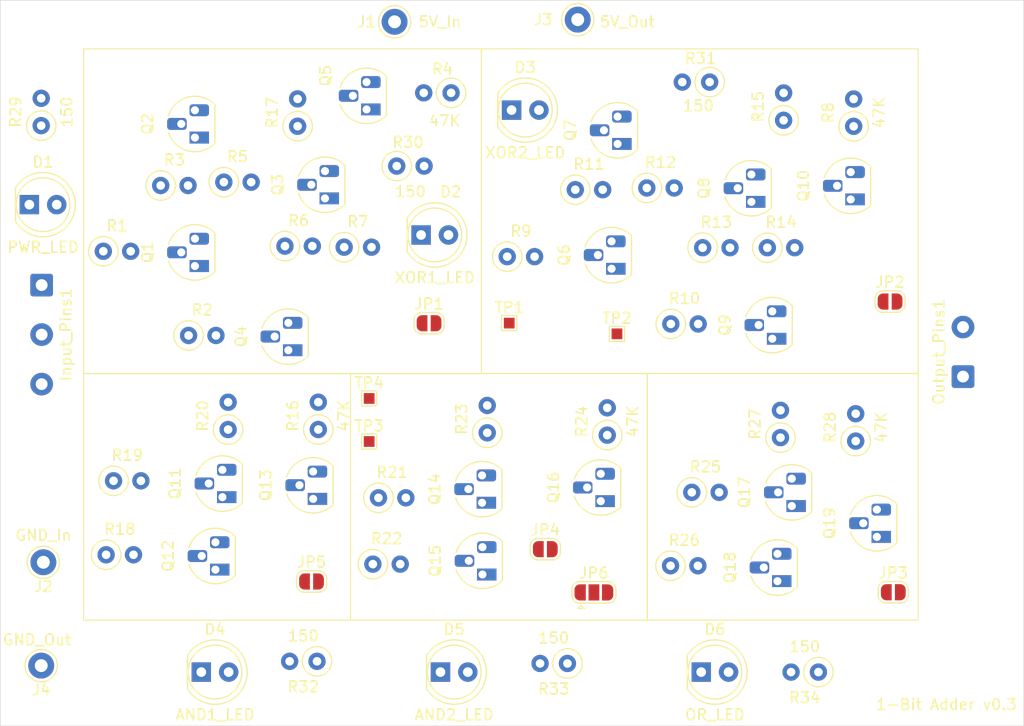
<source format=kicad_pcb>
(kicad_pcb (version 20240108) (generator "pcbnew") (generator_version "8.0")
  (layers (0 "F.Cu" signal) (31 "B.Cu" signal) (34 "B.Paste" user) (35 "F.Paste" user) (36 "B.SilkS" user "B.Silkscreen") (37 "F.SilkS" user "F.Silkscreen") (38 "B.Mask" user) (39 "F.Mask" user) (44 "Edge.Cuts" user))
  (net 0 "")
  (net 1 "Net-(Input_Pins1-Pin_3)")
  (net 2 "Net-(Input_Pins1-Pin_2)")
  (net 3 "Net-(Input_Pins1-Pin_1)")
  (net 4 "Net-(JP1-B)")
  (net 5 "Net-(JP1-A)")
  (net 6 "Net-(J1-Pin_1)")
  (net 7 "Net-(Q1-C)")
  (net 8 "Net-(Q1-B)")
  (net 9 "Net-(Q2-B)")
  (net 10 "Net-(Q2-C)")
  (net 11 "Net-(Q3-E)")
  (net 12 "Net-(Q3-B)")
  (net 13 "Net-(Q4-B)")
  (net 14 "Net-(JP2-B)")
  (net 15 "Net-(Q6-B)")
  (net 16 "Net-(Q6-C)")
  (net 17 "Net-(Q7-B)")
  (net 18 "Net-(Q10-B)")
  (net 19 "Net-(Q8-E)")
  (net 20 "Net-(Q8-B)")
  (net 21 "Net-(Q9-B)")
  (net 22 "Net-(Q11-B)")
  (net 23 "Net-(Q11-C)")
  (net 24 "Net-(Q11-E)")
  (net 25 "Net-(Q12-B)")
  (net 26 "Net-(JP2-A)")
  (net 27 "Net-(Q14-E)")
  (net 28 "Net-(Q14-C)")
  (net 29 "Net-(Q14-B)")
  (net 30 "Net-(Q15-B)")
  (net 31 "Net-(JP3-A)")
  (net 32 "Net-(Q17-C)")
  (net 33 "Net-(JP3-B)")
  (net 34 "Net-(Q17-B)")
  (net 35 "Net-(Q18-B)")
  (net 36 "Net-(D1-K)")
  (net 37 "Net-(JP4-A)")
  (net 38 "Net-(JP4-B)")
  (net 39 "Net-(JP5-B)")
  (net 40 "Net-(JP5-A)")
  (net 41 "Net-(D1-A)")
  (net 42 "Net-(D2-A)")
  (net 43 "Net-(D3-A)")
  (net 44 "Net-(D4-A)")
  (net 45 "Net-(D5-A)")
  (net 46 "Net-(D6-A)")
  (footprint "Jumper:SolderJumper-3_P1.3mm_Open_RoundedPad1.0x1.5mm" (layer "F.Cu") (at 68.3 70)
    (property "Reference" "JP6" (at 0 -1.8 0) (layer "F.SilkS"))
    (property "Value" "~")
    (pad "1" smd custom (at -1.3 0) (size 1 0.5) (layers "F.Cu" "F.Mask") (net 37 "Net-(JP4-A)") (options (clearance outline) (anchor rect)) (primitives (gr_circle (center 0 0.25) (end 0.5 0.25) (width 0) (fill yes)) (gr_circle (center 0 -0.25) (end 0.5 -0.25) (width 0) (fill yes)) (gr_poly (pts (xy 0.55 0.75) (xy 0 0.75) (xy 0 -0.75) (xy 0.55 -0.75)) (width 0) (fill yes))))
    (pad "2" smd rect (at 0 0) (size 1 1.5) (layers "F.Cu" "F.Mask") (net 33 "Net-(JP3-B)"))
    (pad "3" smd custom (at 1.3 0) (size 1 0.5) (layers "F.Cu" "F.Mask") (net 40 "Net-(JP5-A)") (options (clearance outline) (anchor rect)) (primitives (gr_circle (center 0 0.25) (end 0.5 0.25) (width 0) (fill yes)) (gr_circle (center 0 -0.25) (end 0.5 -0.25) (width 0) (fill yes)) (gr_poly (pts (xy 0 0.75) (xy -0.55 0.75) (xy -0.55 -0.75) (xy 0 -0.75)) (width 0) (fill yes))))
  )
  (footprint "Package_TO_SOT_THT:TO-92_HandSolder" (layer "F.Cu") (at 57.96 68.3343 90)
    (property "Reference" "Q15" (at 1.27 -4.4 -90) (layer "F.SilkS"))
    (property "Value" "2N3904")
    (pad "1" thru_hole rect (at 0 0 90) (size 1.1 1.8) (drill 0.75 (offset 0 0.4)) (layers "*.Cu" "*.Mask") (net 36 "Net-(D1-K)"))
    (pad "2" thru_hole roundrect (at 1.27 -1.27 90) (size 1.1 1.8) (drill 0.75 (offset 0 -0.4)) (layers "*.Cu" "*.Mask") (net 30 "Net-(Q15-B)"))
    (pad "3" thru_hole roundrect (at 2.54 0 90) (size 1.1 1.8) (drill 0.75 (offset 0 0.4)) (layers "*.Cu" "*.Mask") (net 27 "Net-(Q14-E)"))
  )
  (footprint "Resistor_THT:R_Axial_DIN0207_L6.3mm_D2.5mm_P2.54mm_Vertical" (layer "F.Cu") (at 28.09 32.2043)
    (property "Reference" "R3" (at 1.27 -2.37 0) (layer "F.SilkS"))
    (property "Value" "220K")
    (pad "1" thru_hole circle (at 0 0) (size 1.6 1.6) (drill 0.8) (layers "*.Cu" "*.Mask") (net 12 "Net-(Q3-B)"))
    (pad "2" thru_hole oval (at 2.54 0) (size 1.6 1.6) (drill 0.8) (layers "*.Cu" "*.Mask") (net 7 "Net-(Q1-C)"))
  )
  (footprint "Jumper:SolderJumper-2_P1.3mm_Open_RoundedPad1.0x1.5mm" (layer "F.Cu") (at 53 45)
    (property "Reference" "JP1" (at 0 -1.8 0) (layer "F.SilkS"))
    (property "Value" "~")
    (pad "1" smd custom (at -0.65 0) (size 1 0.5) (layers "F.Cu" "F.Mask") (net 5 "Net-(JP1-A)") (options (clearance outline) (anchor rect)) (primitives (gr_circle (center 0 0.25) (end 0.5 0.25) (width 0) (fill yes)) (gr_circle (center 0 -0.25) (end 0.5 -0.25) (width 0) (fill yes)) (gr_poly (pts (xy 0.5 0.75) (xy 0 0.75) (xy 0 -0.75) (xy 0.5 -0.75)) (width 0) (fill yes))))
    (pad "2" smd custom (at 0.65 0) (size 1 0.5) (layers "F.Cu" "F.Mask") (net 4 "Net-(JP1-B)") (options (clearance outline) (anchor rect)) (primitives (gr_circle (center 0 0.25) (end 0.5 0.25) (width 0) (fill yes)) (gr_circle (center 0 -0.25) (end 0.5 -0.25) (width 0) (fill yes)) (gr_poly (pts (xy 0 0.75) (xy -0.5 0.75) (xy -0.5 -0.75) (xy 0 -0.75)) (width 0) (fill yes))))
  )
  (footprint "Resistor_THT:R_Axial_DIN0207_L6.3mm_D2.5mm_P2.54mm_Vertical" (layer "F.Cu") (at 33.95 31.8943)
    (property "Reference" "R5" (at 1.27 -2.37 0) (layer "F.SilkS"))
    (property "Value" "220K")
    (pad "1" thru_hole circle (at 0 0) (size 1.6 1.6) (drill 0.8) (layers "*.Cu" "*.Mask") (net 7 "Net-(Q1-C)"))
    (pad "2" thru_hole oval (at 2.54 0) (size 1.6 1.6) (drill 0.8) (layers "*.Cu" "*.Mask") (net 6 "Net-(J1-Pin_1)"))
  )
  (footprint "Package_TO_SOT_THT:TO-92_HandSolder" (layer "F.Cu") (at 43.34 33.4043 90)
    (property "Reference" "Q3" (at 1.27 -4.4 -90) (layer "F.SilkS"))
    (property "Value" "2N3904")
    (pad "1" thru_hole rect (at 0 0 90) (size 1.1 1.8) (drill 0.75 (offset 0 0.4)) (layers "*.Cu" "*.Mask") (net 11 "Net-(Q3-E)"))
    (pad "2" thru_hole roundrect (at 1.27 -1.27 90) (size 1.1 1.8) (drill 0.75 (offset 0 -0.4)) (layers "*.Cu" "*.Mask") (net 12 "Net-(Q3-B)"))
    (pad "3" thru_hole roundrect (at 2.54 0 90) (size 1.1 1.8) (drill 0.75 (offset 0 0.4)) (layers "*.Cu" "*.Mask") (net 10 "Net-(Q2-C)"))
  )
  (footprint "Resistor_THT:R_Axial_DIN0207_L6.3mm_D2.5mm_P2.54mm_Vertical" (layer "F.Cu") (at 45.12 37.9343)
    (property "Reference" "R7" (at 1.27 -2.37 0) (layer "F.SilkS"))
    (property "Value" "220K")
    (pad "1" thru_hole circle (at 0 0) (size 1.6 1.6) (drill 0.8) (layers "*.Cu" "*.Mask") (net 11 "Net-(Q3-E)"))
    (pad "2" thru_hole oval (at 2.54 0) (size 1.6 1.6) (drill 0.8) (layers "*.Cu" "*.Mask") (net 6 "Net-(J1-Pin_1)"))
  )
  (footprint "Jumper:SolderJumper-2_P1.3mm_Open_RoundedPad1.0x1.5mm" (layer "F.Cu") (at 95.79 42.9843)
    (property "Reference" "JP2" (at 0 -1.8 0) (layer "F.SilkS"))
    (property "Value" "~")
    (pad "1" smd custom (at -0.65 0) (size 1 0.5) (layers "F.Cu" "F.Mask") (net 26 "Net-(JP2-A)") (options (clearance outline) (anchor rect)) (primitives (gr_circle (center 0 0.25) (end 0.5 0.25) (width 0) (fill yes)) (gr_circle (center 0 -0.25) (end 0.5 -0.25) (width 0) (fill yes)) (gr_poly (pts (xy 0.5 0.75) (xy 0 0.75) (xy 0 -0.75) (xy 0.5 -0.75)) (width 0) (fill yes))))
    (pad "2" smd custom (at 0.65 0) (size 1 0.5) (layers "F.Cu" "F.Mask") (net 14 "Net-(JP2-B)") (options (clearance outline) (anchor rect)) (primitives (gr_circle (center 0 0.25) (end 0.5 0.25) (width 0) (fill yes)) (gr_circle (center 0 -0.25) (end 0.5 -0.25) (width 0) (fill yes)) (gr_poly (pts (xy 0 0.75) (xy -0.5 0.75) (xy -0.5 -0.75) (xy 0 -0.75)) (width 0) (fill yes))))
  )
  (footprint "Package_TO_SOT_THT:TO-92_HandSolder" (layer "F.Cu") (at 70.5 28.3443 90)
    (property "Reference" "Q7" (at 1.27 -4.4 -90) (layer "F.SilkS"))
    (property "Value" "2N3904")
    (pad "1" thru_hole rect (at 0 0 90) (size 1.1 1.8) (drill 0.75 (offset 0 0.4)) (layers "*.Cu" "*.Mask") (net 16 "Net-(Q6-C)"))
    (pad "2" thru_hole roundrect (at 1.27 -1.27 90) (size 1.1 1.8) (drill 0.75 (offset 0 -0.4)) (layers "*.Cu" "*.Mask") (net 17 "Net-(Q7-B)"))
    (pad "3" thru_hole roundrect (at 2.54 0 90) (size 1.1 1.8) (drill 0.75 (offset 0 0.4)) (layers "*.Cu" "*.Mask") (net 18 "Net-(Q10-B)"))
  )
  (footprint "Jumper:SolderJumper-2_P1.3mm_Open_RoundedPad1.0x1.5mm" (layer "F.Cu") (at 42.09 68.9843)
    (property "Reference" "JP5" (at 0 -1.8 0) (layer "F.SilkS"))
    (property "Value" "~")
    (pad "1" smd custom (at -0.65 0) (size 1 0.5) (layers "F.Cu" "F.Mask") (net 40 "Net-(JP5-A)") (options (clearance outline) (anchor rect)) (primitives (gr_circle (center 0 0.25) (end 0.5 0.25) (width 0) (fill yes)) (gr_circle (center 0 -0.25) (end 0.5 -0.25) (width 0) (fill yes)) (gr_poly (pts (xy 0.5 0.75) (xy 0 0.75) (xy 0 -0.75) (xy 0.5 -0.75)) (width 0) (fill yes))))
    (pad "2" smd custom (at 0.65 0) (size 1 0.5) (layers "F.Cu" "F.Mask") (net 39 "Net-(JP5-B)") (options (clearance outline) (anchor rect)) (primitives (gr_circle (center 0 0.25) (end 0.5 0.25) (width 0) (fill yes)) (gr_circle (center 0 -0.25) (end 0.5 -0.25) (width 0) (fill yes)) (gr_poly (pts (xy 0 0.75) (xy -0.5 0.75) (xy -0.5 -0.75) (xy 0 -0.75)) (width 0) (fill yes))))
  )
  (footprint "LED_THT:LED_D5.0mm" (layer "F.Cu") (at 15.9 33.9843)
    (property "Reference" "D1" (at 1.27 -3.96 0) (layer "F.SilkS"))
    (property "Value" "PWR_LED" (at 1.27 3.96 0) (layer "F.SilkS"))
    (pad "1" thru_hole rect (at 0 0) (size 1.8 1.8) (drill 0.9) (layers "*.Cu" "*.Mask") (net 36 "Net-(D1-K)"))
    (pad "2" thru_hole circle (at 2.54 0) (size 1.8 1.8) (drill 0.9) (layers "*.Cu" "*.Mask") (net 41 "Net-(D1-A)"))
  )
  (footprint "Resistor_THT:R_Axial_DIN0207_L6.3mm_D2.5mm_P2.54mm_Vertical" (layer "F.Cu") (at 69.54 55.3943 90)
    (property "Reference" "R24" (at 1.27 -2.37 -90) (layer "F.SilkS"))
    (property "Value" "47K" (at 1.27 2.37 -90) (layer "F.SilkS"))
    (pad "1" thru_hole circle (at 0 0 90) (size 1.6 1.6) (drill 0.8) (layers "*.Cu" "*.Mask") (net 37 "Net-(JP4-A)"))
    (pad "2" thru_hole oval (at 2.54 0 90) (size 1.6 1.6) (drill 0.8) (layers "*.Cu" "*.Mask") (net 6 "Net-(J1-Pin_1)"))
  )
  (footprint "Connector_Pin:Pin_D1.0mm_L10.0mm_LooseFit" (layer "F.Cu") (at 17 76.8)
    (property "Reference" "J4" (at 0 2.25 0) (layer "F.SilkS"))
    (property "Value" "GND_Out" (at -0.4 -2.4 0) (layer "F.SilkS"))
    (pad "1" thru_hole circle (at 0 0) (size 2.4 2.4) (drill 1.2) (layers "*.Cu" "*.Mask") (net 36 "Net-(D1-K)"))
  )
  (footprint "Resistor_THT:R_Axial_DIN0207_L6.3mm_D2.5mm_P2.54mm_Vertical" (layer "F.Cu") (at 39.625 37.8343)
    (property "Reference" "R6" (at 1.27 -2.37 0) (layer "F.SilkS"))
    (property "Value" "220K")
    (pad "1" thru_hole circle (at 0 0) (size 1.6 1.6) (drill 0.8) (layers "*.Cu" "*.Mask") (net 9 "Net-(Q2-B)"))
    (pad "2" thru_hole oval (at 2.54 0) (size 1.6 1.6) (drill 0.8) (layers "*.Cu" "*.Mask") (net 11 "Net-(Q3-E)"))
  )
  (footprint "Resistor_THT:R_Axial_DIN0207_L6.3mm_D2.5mm_P2.54mm_Vertical" (layer "F.Cu") (at 23.715 59.6343)
    (property "Reference" "R19" (at 1.27 -2.37 0) (layer "F.SilkS"))
    (property "Value" "220K")
    (pad "1" thru_hole circle (at 0 0) (size 1.6 1.6) (drill 0.8) (layers "*.Cu" "*.Mask") (net 2 "Net-(Input_Pins1-Pin_2)"))
    (pad "2" thru_hole oval (at 2.54 0) (size 1.6 1.6) (drill 0.8) (layers "*.Cu" "*.Mask") (net 22 "Net-(Q11-B)"))
  )
  (footprint "Resistor_THT:R_Axial_DIN0207_L6.3mm_D2.5mm_P2.54mm_Vertical" (layer "F.Cu") (at 89.14 77.4 180)
    (property "Reference" "R34" (at 1.27 -2.37 180) (layer "F.SilkS"))
    (property "Value" "150" (at 1.27 2.37 180) (layer "F.SilkS"))
    (pad "1" thru_hole circle (at 0 0 180) (size 1.6 1.6) (drill 0.8) (layers "*.Cu" "*.Mask") (net 31 "Net-(JP3-A)"))
    (pad "2" thru_hole oval (at 2.54 0 180) (size 1.6 1.6) (drill 0.8) (layers "*.Cu" "*.Mask") (net 46 "Net-(D6-A)"))
  )
  (footprint "Resistor_THT:R_Axial_DIN0207_L6.3mm_D2.5mm_P2.54mm_Vertical" (layer "F.Cu") (at 50 30.4)
    (property "Reference" "R30" (at 1.045 -2.2 0) (layer "F.SilkS"))
    (property "Value" "150" (at 1.27 2.37 0) (layer "F.SilkS"))
    (pad "1" thru_hole circle (at 0 0) (size 1.6 1.6) (drill 0.8) (layers "*.Cu" "*.Mask") (net 5 "Net-(JP1-A)"))
    (pad "2" thru_hole oval (at 2.54 0) (size 1.6 1.6) (drill 0.8) (layers "*.Cu" "*.Mask") (net 42 "Net-(D2-A)"))
  )
  (footprint "Package_TO_SOT_THT:TO-92_HandSolder" (layer "F.Cu") (at 69.94 39.9343 90)
    (property "Reference" "Q6" (at 1.27 -4.4 -90) (layer "F.SilkS"))
    (property "Value" "2N3904")
    (pad "1" thru_hole rect (at 0 0 90) (size 1.1 1.8) (drill 0.75 (offset 0 0.4)) (layers "*.Cu" "*.Mask") (net 36 "Net-(D1-K)"))
    (pad "2" thru_hole roundrect (at 1.27 -1.27 90) (size 1.1 1.8) (drill 0.75 (offset 0 -0.4)) (layers "*.Cu" "*.Mask") (net 15 "Net-(Q6-B)"))
    (pad "3" thru_hole roundrect (at 2.54 0 90) (size 1.1 1.8) (drill 0.75 (offset 0 0.4)) (layers "*.Cu" "*.Mask") (net 16 "Net-(Q6-C)"))
  )
  (footprint "Resistor_THT:R_Axial_DIN0207_L6.3mm_D2.5mm_P2.54mm_Vertical" (layer "F.Cu") (at 85.91 26.1493 90)
    (property "Reference" "R15" (at 1.27 -2.37 -90) (layer "F.SilkS"))
    (property "Value" "220K")
    (pad "1" thru_hole circle (at 0 0 90) (size 1.6 1.6) (drill 0.8) (layers "*.Cu" "*.Mask") (net 6 "Net-(J1-Pin_1)"))
    (pad "2" thru_hole oval (at 2.54 0 90) (size 1.6 1.6) (drill 0.8) (layers "*.Cu" "*.Mask") (net 18 "Net-(Q10-B)"))
  )
  (footprint "Connector_Pin:Pin_D1.0mm_L10.0mm_LooseFit" (layer "F.Cu") (at 49.8 17)
    (property "Reference" "J1" (at -2.6 0 0) (layer "F.SilkS"))
    (property "Value" "5V_In" (at 4.2 0 0) (layer "F.SilkS"))
    (pad "1" thru_hole circle (at 0 0) (size 2.4 2.4) (drill 1.2) (layers "*.Cu" "*.Mask") (net 6 "Net-(J1-Pin_1)"))
  )
  (footprint "Package_TO_SOT_THT:TO-92_HandSolder" (layer "F.Cu") (at 82.92 33.7243 90)
    (property "Reference" "Q8" (at 1.27 -4.4 -90) (layer "F.SilkS"))
    (property "Value" "2N3904")
    (pad "1" thru_hole rect (at 0 0 90) (size 1.1 1.8) (drill 0.75 (offset 0 0.4)) (layers "*.Cu" "*.Mask") (net 19 "Net-(Q8-E)"))
    (pad "2" thru_hole roundrect (at 1.27 -1.27 90) (size 1.1 1.8) (drill 0.75 (offset 0 -0.4)) (layers "*.Cu" "*.Mask") (net 20 "Net-(Q8-B)"))
    (pad "3" thru_hole roundrect (at 2.54 0 90) (size 1.1 1.8) (drill 0.75 (offset 0 0.4)) (layers "*.Cu" "*.Mask") (net 18 "Net-(Q10-B)"))
  )
  (footprint "Resistor_THT:R_Axial_DIN0207_L6.3mm_D2.5mm_P2.54mm_Vertical" (layer "F.Cu") (at 23.025 66.5043)
    (property "Reference" "R18" (at 1.27 -2.37 0) (layer "F.SilkS"))
    (property "Value" "220K")
    (pad "1" thru_hole circle (at 0 0) (size 1.6 1.6) (drill 0.8) (layers "*.Cu" "*.Mask") (net 3 "Net-(Input_Pins1-Pin_1)"))
    (pad "2" thru_hole oval (at 2.54 0) (size 1.6 1.6) (drill 0.8) (layers "*.Cu" "*.Mask") (net 25 "Net-(Q12-B)"))
  )
  (footprint "Resistor_THT:R_Axial_DIN0207_L6.3mm_D2.5mm_P2.54mm_Vertical" (layer "F.Cu") (at 75.415 67.5243)
    (property "Reference" "R26" (at 1.27 -2.37 0) (layer "F.SilkS"))
    (property "Value" "220K")
    (pad "1" thru_hole circle (at 0 0) (size 1.6 1.6) (drill 0.8) (layers "*.Cu" "*.Mask") (net 39 "Net-(JP5-B)"))
    (pad "2" thru_hole oval (at 2.54 0) (size 1.6 1.6) (drill 0.8) (layers "*.Cu" "*.Mask") (net 35 "Net-(Q18-B)"))
  )
  (footprint "Resistor_THT:R_Axial_DIN0207_L6.3mm_D2.5mm_P2.54mm_Vertical" (layer "F.Cu") (at 75.44 45.0643)
    (property "Reference" "R10" (at 1.27 -2.37 0) (layer "F.SilkS"))
    (property "Value" "220K")
    (pad "1" thru_hole circle (at 0 0) (size 1.6 1.6) (drill 0.8) (layers "*.Cu" "*.Mask") (net 1 "Net-(Input_Pins1-Pin_3)"))
    (pad "2" thru_hole oval (at 2.54 0) (size 1.6 1.6) (drill 0.8) (layers "*.Cu" "*.Mask") (net 21 "Net-(Q9-B)"))
  )
  (footprint "Resistor_THT:R_Axial_DIN0207_L6.3mm_D2.5mm_P2.54mm_Vertical" (layer "F.Cu") (at 47.785 67.3743)
    (property "Reference" "R22" (at 1.27 -2.37 0) (layer "F.SilkS"))
    (property "Value" "220K")
    (pad "1" thru_hole circle (at 0 0) (size 1.6 1.6) (drill 0.8) (layers "*.Cu" "*.Mask") (net 4 "Net-(JP1-B)"))
    (pad "2" thru_hole oval (at 2.54 0) (size 1.6 1.6) (drill 0.8) (layers "*.Cu" "*.Mask") (net 30 "Net-(Q15-B)"))
  )
  (footprint "Jumper:SolderJumper-2_P1.3mm_Open_RoundedPad1.0x1.5mm" (layer "F.Cu") (at 63.79 65.9843)
    (property "Reference" "JP4" (at 0 -1.8 0) (layer "F.SilkS"))
    (property "Value" "~")
    (pad "1" smd custom (at -0.65 0) (size 1 0.5) (layers "F.Cu" "F.Mask") (net 37 "Net-(JP4-A)") (options (clearance outline) (anchor rect)) (primitives (gr_circle (center 0 0.25) (end 0.5 0.25) (width 0) (fill yes)) (gr_circle (center 0 -0.25) (end 0.5 -0.25) (width 0) (fill yes)) (gr_poly (pts (xy 0.5 0.75) (xy 0 0.75) (xy 0 -0.75) (xy 0.5 -0.75)) (width 0) (fill yes))))
    (pad "2" smd custom (at 0.65 0) (size 1 0.5) (layers "F.Cu" "F.Mask") (net 38 "Net-(JP4-B)") (options (clearance outline) (anchor rect)) (primitives (gr_circle (center 0 0.25) (end 0.5 0.25) (width 0) (fill yes)) (gr_circle (center 0 -0.25) (end 0.5 -0.25) (width 0) (fill yes)) (gr_poly (pts (xy 0 0.75) (xy -0.5 0.75) (xy -0.5 -0.75) (xy 0 -0.75)) (width 0) (fill yes))))
  )
  (footprint "Package_TO_SOT_THT:TO-92_HandSolder" (layer "F.Cu") (at 33.17 67.8843 90)
    (property "Reference" "Q12" (at 1.27 -4.4 -90) (layer "F.SilkS"))
    (property "Value" "2N3904")
    (pad "1" thru_hole rect (at 0 0 90) (size 1.1 1.8) (drill 0.75 (offset 0 0.4)) (layers "*.Cu" "*.Mask") (net 36 "Net-(D1-K)"))
    (pad "2" thru_hole roundrect (at 1.27 -1.27 90) (size 1.1 1.8) (drill 0.75 (offset 0 -0.4)) (layers "*.Cu" "*.Mask") (net 25 "Net-(Q12-B)"))
    (pad "3" thru_hole roundrect (at 2.54 0 90) (size 1.1 1.8) (drill 0.75 (offset 0 0.4)) (layers "*.Cu" "*.Mask") (net 24 "Net-(Q11-E)"))
  )
  (footprint "Resistor_THT:R_Axial_DIN0207_L6.3mm_D2.5mm_P2.54mm_Vertical" (layer "F.Cu") (at 58.4 55.1743 90)
    (property "Reference" "R23" (at 1.27 -2.37 -90) (layer "F.SilkS"))
    (property "Value" "220K")
    (pad "1" thru_hole circle (at 0 0 90) (size 1.6 1.6) (drill 0.8) (layers "*.Cu" "*.Mask") (net 28 "Net-(Q14-C)"))
    (pad "2" thru_hole oval (at 2.54 0 90) (size 1.6 1.6) (drill 0.8) (layers "*.Cu" "*.Mask") (net 6 "Net-(J1-Pin_1)"))
  )
  (footprint "LED_THT:LED_D5.0mm" (layer "F.Cu") (at 31.86 77.4)
    (property "Reference" "D4" (at 1.27 -3.96 0) (layer "F.SilkS"))
    (property "Value" "AND1_LED" (at 1.27 3.96 0) (layer "F.SilkS"))
    (pad "1" thru_hole rect (at 0 0) (size 1.8 1.8) (drill 0.9) (layers "*.Cu" "*.Mask") (net 36 "Net-(D1-K)"))
    (pad "2" thru_hole circle (at 2.54 0) (size 1.8 1.8) (drill 0.9) (layers "*.Cu" "*.Mask") (net 44 "Net-(D4-A)"))
  )
  (footprint "Resistor_THT:R_Axial_DIN0207_L6.3mm_D2.5mm_P2.54mm_Vertical" (layer "F.Cu") (at 17 26.645 90)
    (property "Reference" "R29" (at 1.27 -2.37 -90) (layer "F.SilkS"))
    (property "Value" "150" (at 1.27 2.37 -90) (layer "F.SilkS"))
    (pad "1" thru_hole circle (at 0 0 90) (size 1.6 1.6) (drill 0.8) (layers "*.Cu" "*.Mask") (net 41 "Net-(D1-A)"))
    (pad "2" thru_hole oval (at 2.54 0 90) (size 1.6 1.6) (drill 0.8) (layers "*.Cu" "*.Mask") (net 6 "Net-(J1-Pin_1)"))
  )
  (footprint "Connector_Wire:SolderWire-0.5sqmm_1x03_P4.6mm_D0.9mm_OD2.1mm" (layer "F.Cu") (at 17.04 41.4543 -90)
    (property "Reference" "Input_Pins1" (at 4.6 -2.25 90) (layer "F.SilkS"))
    (property "Value" "~")
    (pad "1" thru_hole roundrect (at 0 0 270) (size 2.1 2.1) (drill 1.1) (layers "*.Cu" "*.Mask") (roundrect_rratio 0.119048) (net 3 "Net-(Input_Pins1-Pin_1)"))
    (pad "2" thru_hole circle (at 4.6 0 270) (size 2.1 2.1) (drill 1.1) (layers "*.Cu" "*.Mask") (net 2 "Net-(Input_Pins1-Pin_2)"))
    (pad "3" thru_hole circle (at 9.2 0 270) (size 2.1 2.1) (drill 1.1) (layers "*.Cu" "*.Mask") (net 1 "Net-(Input_Pins1-Pin_3)"))
  )
  (footprint "Resistor_THT:R_Axial_DIN0207_L6.3mm_D2.5mm_P2.54mm_Vertical" (layer "F.Cu") (at 78.395 37.9843)
    (property "Reference" "R13" (at 1.27 -2.37 0) (layer "F.SilkS"))
    (property "Value" "220K")
    (pad "1" thru_hole circle (at 0 0) (size 1.6 1.6) (drill 0.8) (layers "*.Cu" "*.Mask") (net 17 "Net-(Q7-B)"))
    (pad "2" thru_hole oval (at 2.54 0) (size 1.6 1.6) (drill 0.8) (layers "*.Cu" "*.Mask") (net 19 "Net-(Q8-E)"))
  )
  (footprint "Connector_Pin:Pin_D1.0mm_L10.0mm_LooseFit" (layer "F.Cu") (at 17.2 67.2)
    (property "Reference" "J2" (at 0 2.25 0) (layer "F.SilkS"))
    (property "Value" "GND_In" (at 0 -2.5 0) (layer "F.SilkS"))
    (pad "1" thru_hole circle (at 0 0) (size 2.4 2.4) (drill 1.2) (layers "*.Cu" "*.Mask") (net 36 "Net-(D1-K)"))
  )
  (footprint "Package_TO_SOT_THT:TO-92_HandSolder" (layer "F.Cu") (at 68.94 61.5243 90)
    (property "Reference" "Q16" (at 1.27 -4.4 -90) (layer "F.SilkS"))
    (property "Value" "2N3904")
    (pad "1" thru_hole rect (at 0 0 90) (size 1.1 1.8) (drill 0.75 (offset 0 0.4)) (layers "*.Cu" "*.Mask") (net 36 "Net-(D1-K)"))
    (pad "2" thru_hole roundrect (at 1.27 -1.27 90) (size 1.1 1.8) (drill 0.75 (offset 0 -0.4)) (layers "*.Cu" "*.Mask") (net 28 "Net-(Q14-C)"))
    (pad "3" thru_hole roundrect (at 2.54 0 90) (size 1.1 1.8) (drill 0.75 (offset 0 0.4)) (layers "*.Cu" "*.Mask") (net 37 "Net-(JP4-A)"))
  )
  (footprint "Package_TO_SOT_THT:TO-92_HandSolder" (layer "F.Cu") (at 84.86 46.4343 90)
    (property "Reference" "Q9" (at 1.27 -4.4 -90) (layer "F.SilkS"))
    (property "Value" "2N3904")
    (pad "1" thru_hole rect (at 0 0 90) (size 1.1 1.8) (drill 0.75 (offset 0 0.4)) (layers "*.Cu" "*.Mask") (net 36 "Net-(D1-K)"))
    (pad "2" thru_hole roundrect (at 1.27 -1.27 90) (size 1.1 1.8) (drill 0.75 (offset 0 -0.4)) (layers "*.Cu" "*.Mask") (net 21 "Net-(Q9-B)"))
    (pad "3" thru_hole roundrect (at 2.54 0 90) (size 1.1 1.8) (drill 0.75 (offset 0 0.4)) (layers "*.Cu" "*.Mask") (net 19 "Net-(Q8-E)"))
  )
  (footprint "Connector_Wire:SolderWire-0.5sqmm_1x02_P4.6mm_D0.9mm_OD2.1mm" (layer "F.Cu") (at 102.56 49.9543 90)
    (property "Reference" "Output_Pins1" (at 2.3 -2.25 -90) (layer "F.SilkS"))
    (property "Value" "~")
    (pad "1" thru_hole roundrect (at 0 0 90) (size 2.1 2.1) (drill 1.1) (layers "*.Cu" "*.Mask") (roundrect_rratio 0.119048) (net 33 "Net-(JP3-B)"))
    (pad "2" thru_hole circle (at 4.6 0 90) (size 2.1 2.1) (drill 1.1) (layers "*.Cu" "*.Mask") (net 14 "Net-(JP2-B)"))
  )
  (footprint "Resistor_THT:R_Axial_DIN0207_L6.3mm_D2.5mm_P2.54mm_Vertical" (layer "F.Cu") (at 55.045 23.6 180)
    (property "Reference" "R4" (at 0.8 2.2 180) (layer "F.SilkS"))
    (property "Value" "47K" (at 0.6 -2.6 180) (layer "F.SilkS"))
    (pad "1" thru_hole circle (at 0 0 180) (size 1.6 1.6) (drill 0.8) (layers "*.Cu" "*.Mask") (net 5 "Net-(JP1-A)"))
    (pad "2" thru_hole oval (at 2.54 0 180) (size 1.6 1.6) (drill 0.8) (layers "*.Cu" "*.Mask") (net 6 "Net-(J1-Pin_1)"))
  )
  (footprint "Resistor_THT:R_Axial_DIN0207_L6.3mm_D2.5mm_P2.54mm_Vertical" (layer "F.Cu") (at 73.215 32.4343)
    (property "Reference" "R12" (at 1.27 -2.37 0) (layer "F.SilkS"))
    (property "Value" "220K")
    (pad "1" thru_hole circle (at 0 0) (size 1.6 1.6) (drill 0.8) (layers "*.Cu" "*.Mask") (net 16 "Net-(Q6-C)"))
    (pad "2" thru_hole oval (at 2.54 0) (size 1.6 1.6) (drill 0.8) (layers "*.Cu" "*.Mask") (net 6 "Net-(J1-Pin_1)"))
  )
  (footprint "LED_THT:LED_D5.0mm" (layer "F.Cu") (at 78.26 77.4)
    (property "Reference" "D6" (at 1.27 -3.96 0) (layer "F.SilkS"))
    (property "Value" "OR_LED" (at 1.27 3.96 0) (layer "F.SilkS"))
    (pad "1" thru_hole rect (at 0 0) (size 1.8 1.8) (drill 0.9) (layers "*.Cu" "*.Mask") (net 36 "Net-(D1-K)"))
    (pad "2" thru_hole circle (at 2.54 0) (size 1.8 1.8) (drill 0.9) (layers "*.Cu" "*.Mask") (net 46 "Net-(D6-A)"))
  )
  (footprint "Resistor_THT:R_Axial_DIN0207_L6.3mm_D2.5mm_P2.54mm_Vertical" (layer "F.Cu") (at 92.41 26.7093 90)
    (property "Reference" "R8" (at 1.27 -2.37 -90) (layer "F.SilkS"))
    (property "Value" "47K" (at 1.27 2.37 -90) (layer "F.SilkS"))
    (pad "1" thru_hole circle (at 0 0 90) (size 1.6 1.6) (drill 0.8) (layers "*.Cu" "*.Mask") (net 26 "Net-(JP2-A)"))
    (pad "2" thru_hole oval (at 2.54 0 90) (size 1.6 1.6) (drill 0.8) (layers "*.Cu" "*.Mask") (net 6 "Net-(J1-Pin_1)"))
  )
  (footprint "Resistor_THT:R_Axial_DIN0207_L6.3mm_D2.5mm_P2.54mm_Vertical" (layer "F.Cu") (at 22.765 38.3143)
    (property "Reference" "R1" (at 1.27 -2.37 0) (layer "F.SilkS"))
    (property "Value" "220K")
    (pad "1" thru_hole circle (at 0 0) (size 1.6 1.6) (drill 0.8) (layers "*.Cu" "*.Mask") (net 3 "Net-(Input_Pins1-Pin_1)"))
    (pad "2" thru_hole oval (at 2.54 0) (size 1.6 1.6) (drill 0.8) (layers "*.Cu" "*.Mask") (net 8 "Net-(Q1-B)"))
  )
  (footprint "Resistor_THT:R_Axial_DIN0207_L6.3mm_D2.5mm_P2.54mm_Vertical" (layer "F.Cu") (at 30.68 46.1343)
    (property "Reference" "R2" (at 1.27 -2.37 0) (layer "F.SilkS"))
    (property "Value" "220K")
    (pad "1" thru_hole circle (at 0 0) (size 1.6 1.6) (drill 0.8) (layers "*.Cu" "*.Mask") (net 2 "Net-(Input_Pins1-Pin_2)"))
    (pad "2" thru_hole oval (at 2.54 0) (size 1.6 1.6) (drill 0.8) (layers "*.Cu" "*.Mask") (net 13 "Net-(Q4-B)"))
  )
  (footprint "Package_TO_SOT_THT:TO-92_HandSolder" (layer "F.Cu") (at 85.34 68.9543 90)
    (property "Reference" "Q18" (at 1.27 -4.4 -90) (layer "F.SilkS"))
    (property "Value" "2N3904")
    (pad "1" thru_hole rect (at 0 0 90) (size 1.1 1.8) (drill 0.75 (offset 0 0.4)) (layers "*.Cu" "*.Mask") (net 36 "Net-(D1-K)"))
    (pad "2" thru_hole roundrect (at 1.27 -1.27 90) (size 1.1 1.8) (drill 0.75 (offset 0 -0.4)) (layers "*.Cu" "*.Mask") (net 35 "Net-(Q18-B)"))
    (pad "3" thru_hole roundrect (at 2.54 0 90) (size 1.1 1.8) (drill 0.75 (offset 0 0.4)) (layers "*.Cu" "*.Mask") (net 32 "Net-(Q17-C)"))
  )
  (footprint "Package_TO_SOT_THT:TO-92_HandSolder" (layer "F.Cu") (at 31.27 27.7543 90)
    (property "Reference" "Q2" (at 1.27 -4.4 -90) (layer "F.SilkS"))
    (property "Value" "2N3904")
    (pad "1" thru_hole rect (at 0 0 90) (size 1.1 1.8) (drill 0.75 (offset 0 0.4)) (layers "*.Cu" "*.Mask") (net 7 "Net-(Q1-C)"))
    (pad "2" thru_hole roundrect (at 1.27 -1.27 90) (size 1.1 1.8) (drill 0.75 (offset 0 -0.4)) (layers "*.Cu" "*.Mask") (net 9 "Net-(Q2-B)"))
    (pad "3" thru_hole roundrect (at 2.54 0 90) (size 1.1 1.8) (drill 0.75 (offset 0 0.4)) (layers "*.Cu" "*.Mask") (net 10 "Net-(Q2-C)"))
  )
  (footprint "Resistor_THT:R_Axial_DIN0207_L6.3mm_D2.5mm_P2.54mm_Vertical" (layer "F.Cu") (at 34.35 54.8743 90)
    (property "Reference" "R20" (at 1.27 -2.37 -90) (layer "F.SilkS"))
    (property "Value" "220K")
    (pad "1" thru_hole circle (at 0 0 90) (size 1.6 1.6) (drill 0.8) (layers "*.Cu" "*.Mask") (net 23 "Net-(Q11-C)"))
    (pad "2" thru_hole oval (at 2.54 0 90) (size 1.6 1.6) (drill 0.8) (layers "*.Cu" "*.Mask") (net 6 "Net-(J1-Pin_1)"))
  )
  (footprint "LED_THT:LED_D5.0mm" (layer "F.Cu") (at 60.66 25.2)
    (property "Reference" "D3" (at 1.27 -3.96 0) (layer "F.SilkS"))
    (property "Value" "XOR2_LED" (at 1.27 3.96 0) (layer "F.SilkS"))
    (pad "1" thru_hole rect (at 0 0) (size 1.8 1.8) (drill 0.9) (layers "*.Cu" "*.Mask") (net 36 "Net-(D1-K)"))
    (pad "2" thru_hole circle (at 2.54 0) (size 1.8 1.8) (drill 0.9) (layers "*.Cu" "*.Mask") (net 43 "Net-(D3-A)"))
  )
  (footprint "Package_TO_SOT_THT:TO-92_HandSolder" (layer "F.Cu") (at 31.27 39.6843 90)
    (property "Reference" "Q1" (at 1.27 -4.4 -90) (layer "F.SilkS"))
    (property "Value" "2N3904")
    (pad "1" thru_hole rect (at 0 0 90) (size 1.1 1.8) (drill 0.75 (offset 0 0.4)) (layers "*.Cu" "*.Mask") (net 36 "Net-(D1-K)"))
    (pad "2" thru_hole roundrect (at 1.27 -1.27 90) (size 1.1 1.8) (drill 0.75 (offset 0 -0.4)) (layers "*.Cu" "*.Mask") (net 8 "Net-(Q1-B)"))
    (pad "3" thru_hole roundrect (at 2.54 0 90) (size 1.1 1.8) (drill 0.75 (offset 0 0.4)) (layers "*.Cu" "*.Mask") (net 7 "Net-(Q1-C)"))
  )
  (footprint "Jumper:SolderJumper-2_P1.3mm_Open_RoundedPad1.0x1.5mm" (layer "F.Cu") (at 96.09 69.9843)
    (property "Reference" "JP3" (at 0 -1.8 0) (layer "F.SilkS"))
    (property "Value" "~")
    (pad "1" smd custom (at -0.65 0) (size 1 0.5) (layers "F.Cu" "F.Mask") (net 31 "Net-(JP3-A)") (options (clearance outline) (anchor rect)) (primitives (gr_circle (center 0 0.25) (end 0.5 0.25) (width 0) (fill yes)) (gr_circle (center 0 -0.25) (end 0.5 -0.25) (width 0) (fill yes)) (gr_poly (pts (xy 0.5 0.75) (xy 0 0.75) (xy 0 -0.75) (xy 0.5 -0.75)) (width 0) (fill yes))))
    (pad "2" smd custom (at 0.65 0) (size 1 0.5) (layers "F.Cu" "F.Mask") (net 33 "Net-(JP3-B)") (options (clearance outline) (anchor rect)) (primitives (gr_circle (center 0 0.25) (end 0.5 0.25) (width 0) (fill yes)) (gr_circle (center 0 -0.25) (end 0.5 -0.25) (width 0) (fill yes)) (gr_poly (pts (xy 0 0.75) (xy -0.5 0.75) (xy -0.5 -0.75) (xy 0 -0.75)) (width 0) (fill yes))))
  )
  (footprint "Resistor_THT:R_Axial_DIN0207_L6.3mm_D2.5mm_P2.54mm_Vertical" (layer "F.Cu") (at 60.255 38.8143)
    (property "Reference" "R9" (at 1.27 -2.37 0) (layer "F.SilkS"))
    (property "Value" "220K")
    (pad "1" thru_hole circle (at 0 0) (size 1.6 1.6) (drill 0.8) (layers "*.Cu" "*.Mask") (net 4 "Net-(JP1-B)"))
    (pad "2" thru_hole oval (at 2.54 0) (size 1.6 1.6) (drill 0.8) (layers "*.Cu" "*.Mask") (net 15 "Net-(Q6-B)"))
  )
  (footprint "Resistor_THT:R_Axial_DIN0207_L6.3mm_D2.5mm_P2.54mm_Vertical" (layer "F.Cu") (at 77.385 60.7043)
    (property "Reference" "R25" (at 1.27 -2.37 0) (layer "F.SilkS"))
    (property "Value" "220K")
    (pad "1" thru_hole circle (at 0 0) (size 1.6 1.6) (drill 0.8) (layers "*.Cu" "*.Mask") (net 38 "Net-(JP4-B)"))
    (pad "2" thru_hole oval (at 2.54 0) (size 1.6 1.6) (drill 0.8) (layers "*.Cu" "*.Mask") (net 34 "Net-(Q17-B)"))
  )
  (footprint "Resistor_THT:R_Axial_DIN0207_L6.3mm_D2.5mm_P2.54mm_Vertical" (layer "F.Cu") (at 65.845 76.6 180)
    (property "Reference" "R33" (at 1.27 -2.37 180) (layer "F.SilkS"))
    (property "Value" "150" (at 1.27 2.37 180) (layer "F.SilkS"))
    (pad "1" thru_hole circle (at 0 0 180) (size 1.6 1.6) (drill 0.8) (layers "*.Cu" "*.Mask") (net 37 "Net-(JP4-A)"))
    (pad "2" thru_hole oval (at 2.54 0 180) (size 1.6 1.6) (drill 0.8) (layers "*.Cu" "*.Mask") (net 45 "Net-(D5-A)"))
  )
  (footprint "TestPoint:TestPoint_Pad_1.0x1.0mm" (layer "F.Cu") (at 70.44 45.9843)
    (property "Reference" "TP2" (at 0 -1.448 0) (layer "F.SilkS"))
    (property "Value" "~")
    (pad "1" smd rect (at 0 0) (size 1 1) (layers "F.Cu" "F.Mask") (net 1 "Net-(Input_Pins1-Pin_3)"))
  )
  (footprint "Package_TO_SOT_THT:TO-92_HandSolder" (layer "F.Cu") (at 94.57 64.8443 90)
    (property "Reference" "Q19" (at 1.27 -4.4 -90) (layer "F.SilkS"))
    (property "Value" "2N3904")
    (pad "1" thru_hole rect (at 0 0 90) (size 1.1 1.8) (drill 0.75 (offset 0 0.4)) (layers "*.Cu" "*.Mask") (net 36 "Net-(D1-K)"))
    (pad "2" thru_hole roundrect (at 1.27 -1.27 90) (size 1.1 1.8) (drill 0.75 (offset 0 -0.4)) (layers "*.Cu" "*.Mask") (net 32 "Net-(Q17-C)"))
    (pad "3" thru_hole roundrect (at 2.54 0 90) (size 1.1 1.8) (drill 0.75 (offset 0 0.4)) (layers "*.Cu" "*.Mask") (net 31 "Net-(JP3-A)"))
  )
  (footprint "Package_TO_SOT_THT:TO-92_HandSolder" (layer "F.Cu") (at 39.94 47.5043 90)
    (property "Reference" "Q4" (at 1.27 -4.4 -90) (layer "F.SilkS"))
    (property "Value" "2N3904")
    (pad "1" thru_hole rect (at 0 0 90) (size 1.1 1.8) (drill 0.75 (offset 0 0.4)) (layers "*.Cu" "*.Mask") (net 36 "Net-(D1-K)"))
    (pad "2" thru_hole roundrect (at 1.27 -1.27 90) (size 1.1 1.8) (drill 0.75 (offset 0 -0.4)) (layers "*.Cu" "*.Mask") (net 13 "Net-(Q4-B)"))
    (pad "3" thru_hole roundrect (at 2.54 0 90) (size 1.1 1.8) (drill 0.75 (offset 0 0.4)) (layers "*.Cu" "*.Mask") (net 11 "Net-(Q3-E)"))
  )
  (footprint "Resistor_THT:R_Axial_DIN0207_L6.3mm_D2.5mm_P2.54mm_Vertical" (layer "F.Cu") (at 79.045 22.6 180)
    (property "Reference" "R31" (at 0.845 2.2 180) (layer "F.SilkS"))
    (property "Value" "150" (at 1.045 -2.2 180) (layer "F.SilkS"))
    (pad "1" thru_hole circle (at 0 0 180) (size 1.6 1.6) (drill 0.8) (layers "*.Cu" "*.Mask") (net 26 "Net-(JP2-A)"))
    (pad "2" thru_hole oval (at 2.54 0 180) (size 1.6 1.6) (drill 0.8) (layers "*.Cu" "*.Mask") (net 43 "Net-(D3-A)"))
  )
  (footprint "Resistor_THT:R_Axial_DIN0207_L6.3mm_D2.5mm_P2.54mm_Vertical" (layer "F.Cu") (at 85.62 55.6243 90)
    (property "Reference" "R27" (at 1.27 -2.37 -90) (layer "F.SilkS"))
    (property "Value" "220K")
    (pad "1" thru_hole circle (at 0 0 90) (size 1.6 1.6) (drill 0.8) (layers "*.Cu" "*.Mask") (net 32 "Net-(Q17-C)"))
    (pad "2" thru_hole oval (at 2.54 0 90) (size 1.6 1.6) (drill 0.8) (layers "*.Cu" "*.Mask") (net 6 "Net-(J1-Pin_1)"))
  )
  (footprint "Package_TO_SOT_THT:TO-92_HandSolder" (layer "F.Cu") (at 42.24 61.3143 90)
    (property "Reference" "Q13" (at 1.27 -4.4 -90) (layer "F.SilkS"))
    (property "Value" "2N3904")
    (pad "1" thru_hole rect (at 0 0 90) (size 1.1 1.8) (drill 0.75 (offset 0 0.4)) (layers "*.Cu" "*.Mask") (net 36 "Net-(D1-K)"))
    (pad "2" thru_hole roundrect (at 1.27 -1.27 90) (size 1.1 1.8) (drill 0.75 (offset 0 -0.4)) (layers "*.Cu" "*.Mask") (net 23 "Net-(Q11-C)"))
    (pad "3" thru_hole roundrect (at 2.54 0 90) (size 1.1 1.8) (drill 0.75 (offset 0 0.4)) (layers "*.Cu" "*.Mask") (net 40 "Net-(JP5-A)"))
  )
  (footprint "Package_TO_SOT_THT:TO-92_HandSolder" (layer "F.Cu") (at 47.2 25.14 90)
    (property "Reference" "Q5" (at 3.14 -3.8 -90) (layer "F.SilkS"))
    (property "Value" "2N3904")
    (pad "1" thru_hole rect (at 0 0 90) (size 1.1 1.8) (drill 0.75 (offset 0 0.4)) (layers "*.Cu" "*.Mask") (net 36 "Net-(D1-K)"))
    (pad "2" thru_hole roundrect (at 1.27 -1.27 90) (size 1.1 1.8) (drill 0.75 (offset 0 -0.4)) (layers "*.Cu" "*.Mask") (net 10 "Net-(Q2-C)"))
    (pad "3" thru_hole roundrect (at 2.54 0 90) (size 1.1 1.8) (drill 0.75 (offset 0 0.4)) (layers "*.Cu" "*.Mask") (net 5 "Net-(JP1-A)"))
  )
  (footprint "Resistor_THT:R_Axial_DIN0207_L6.3mm_D2.5mm_P2.54mm_Vertical" (layer "F.Cu") (at 42.6 76.4 180)
    (property "Reference" "R32" (at 1.27 -2.37 180) (layer "F.SilkS"))
    (property "Value" "150" (at 1.27 2.37 180) (layer "F.SilkS"))
    (pad "1" thru_hole circle (at 0 0 180) (size 1.6 1.6) (drill 0.8) (layers "*.Cu" "*.Mask") (net 40 "Net-(JP5-A)"))
    (pad "2" thru_hole oval (at 2.54 0 180) (size 1.6 1.6) (drill 0.8) (layers "*.Cu" "*.Mask") (net 44 "Net-(D4-A)"))
  )
  (footprint "Resistor_THT:R_Axial_DIN0207_L6.3mm_D2.5mm_P2.54mm_Vertical" (layer "F.Cu") (at 40.8 26.6993 90)
    (property "Reference" "R17" (at 1.27 -2.37 -90) (layer "F.SilkS"))
    (property "Value" "220K")
    (pad "1" thru_hole circle (at 0 0 90) (size 1.6 1.6) (drill 0.8) (layers "*.Cu" "*.Mask") (net 10 "Net-(Q2-C)"))
    (pad "2" thru_hole oval (at 2.54 0 90) (size 1.6 1.6) (drill 0.8) (layers "*.Cu" "*.Mask") (net 6 "Net-(J1-Pin_1)"))
  )
  (footprint "TestPoint:TestPoint_Pad_1.0x1.0mm" (layer "F.Cu") (at 47.44 51.9843)
    (property "Reference" "TP4" (at 0 -1.448 0) (layer "F.SilkS"))
    (property "Value" "~")
    (pad "1" smd rect (at 0 0) (size 1 1) (layers "F.Cu" "F.Mask") (net 1 "Net-(Input_Pins1-Pin_3)"))
  )
  (footprint "LED_THT:LED_D5.0mm" (layer "F.Cu") (at 52.26 36.8)
    (property "Reference" "D2" (at 2.74 -4 0) (layer "F.SilkS"))
    (property "Value" "XOR1_LED" (at 1.27 3.96 0) (layer "F.SilkS"))
    (pad "1" thru_hole rect (at 0 0) (size 1.8 1.8) (drill 0.9) (layers "*.Cu" "*.Mask") (net 36 "Net-(D1-K)"))
    (pad "2" thru_hole circle (at 2.54 0) (size 1.8 1.8) (drill 0.9) (layers "*.Cu" "*.Mask") (net 42 "Net-(D2-A)"))
  )
  (footprint "Package_TO_SOT_THT:TO-92_HandSolder" (layer "F.Cu") (at 33.82 61.1543 90)
    (property "Reference" "Q11" (at 1.27 -4.4 -90) (layer "F.SilkS"))
    (property "Value" "2N3904")
    (pad "1" thru_hole rect (at 0 0 90) (size 1.1 1.8) (drill 0.75 (offset 0 0.4)) (layers "*.Cu" "*.Mask") (net 24 "Net-(Q11-E)"))
    (pad "2" thru_hole roundrect (at 1.27 -1.27 90) (size 1.1 1.8) (drill 0.75 (offset 0 -0.4)) (layers "*.Cu" "*.Mask") (net 22 "Net-(Q11-B)"))
    (pad "3" thru_hole roundrect (at 2.54 0 90) (size 1.1 1.8) (drill 0.75 (offset 0 0.4)) (layers "*.Cu" "*.Mask") (net 23 "Net-(Q11-C)"))
  )
  (footprint "Resistor_THT:R_Axial_DIN0207_L6.3mm_D2.5mm_P2.54mm_Vertical" (layer "F.Cu") (at 48.305 61.2143)
    (property "Reference" "R21" (at 1.27 -2.37 0) (layer "F.SilkS"))
    (property "Value" "220K")
    (pad "1" thru_hole circle (at 0 0) (size 1.6 1.6) (drill 0.8) (layers "*.Cu" "*.Mask") (net 1 "Net-(Input_Pins1-Pin_3)"))
    (pad "2" thru_hole oval (at 2.54 0) (size 1.6 1.6) (drill 0.8) (layers "*.Cu" "*.Mask") (net 29 "Net-(Q14-B)"))
  )
  (footprint "Package_TO_SOT_THT:TO-92_HandSolder" (layer "F.Cu") (at 92.14 33.4993 90)
    (property "Reference" "Q10" (at 1.27 -4.4 -90) (layer "F.SilkS"))
    (property "Value" "2N3904")
    (pad "1" thru_hole rect (at 0 0 90) (size 1.1 1.8) (drill 0.75 (offset 0 0.4)) (layers "*.Cu" "*.Mask") (net 36 "Net-(D1-K)"))
    (pad "2" thru_hole roundrect (at 1.27 -1.27 90) (size 1.1 1.8) (drill 0.75 (offset 0 -0.4)) (layers "*.Cu" "*.Mask") (net 18 "Net-(Q10-B)"))
    (pad "3" thru_hole roundrect (at 2.54 0 90) (size 1.1 1.8) (drill 0.75 (offset 0 0.4)) (layers "*.Cu" "*.Mask") (net 26 "Net-(JP2-A)"))
  )
  (footprint "Resistor_THT:R_Axial_DIN0207_L6.3mm_D2.5mm_P2.54mm_Vertical" (layer "F.Cu") (at 92.6 55.9443 90)
    (property "Reference" "R28" (at 1.27 -2.37 -90) (layer "F.SilkS"))
    (property "Value" "47K" (at 1.27 2.37 -90) (layer "F.SilkS"))
    (pad "1" thru_hole circle (at 0 0 90) (size 1.6 1.6) (drill 0.8) (layers "*.Cu" "*.Mask") (net 31 "Net-(JP3-A)"))
    (pad "2" thru_hole oval (at 2.54 0 90) (size 1.6 1.6) (drill 0.8) (layers "*.Cu" "*.Mask") (net 6 "Net-(J1-Pin_1)"))
  )
  (footprint "LED_THT:LED_D5.0mm" (layer "F.Cu") (at 54.06 77.4)
    (property "Reference" "D5" (at 1.27 -3.96 0) (layer "F.SilkS"))
    (property "Value" "AND2_LED" (at 1.27 3.96 0) (layer "F.SilkS"))
    (pad "1" thru_hole rect (at 0 0) (size 1.8 1.8) (drill 0.9) (layers "*.Cu" "*.Mask") (net 36 "Net-(D1-K)"))
    (pad "2" thru_hole circle (at 2.54 0) (size 1.8 1.8) (drill 0.9) (layers "*.Cu" "*.Mask") (net 45 "Net-(D5-A)"))
  )
  (footprint "Package_TO_SOT_THT:TO-92_HandSolder" (layer "F.Cu") (at 86.67 61.9743 90)
    (property "Reference" "Q17" (at 1.27 -4.4 -90) (layer "F.SilkS"))
    (property "Value" "2N3904")
    (pad "1" thru_hole rect (at 0 0 90) (size 1.1 1.8) (drill 0.75 (offset 0 0.4)) (layers "*.Cu" "*.Mask") (net 36 "Net-(D1-K)"))
    (pad "2" thru_hole roundrect (at 1.27 -1.27 90) (size 1.1 1.8) (drill 0.75 (offset 0 -0.4)) (layers "*.Cu" "*.Mask") (net 34 "Net-(Q17-B)"))
    (pad "3" thru_hole roundrect (at 2.54 0 90) (size 1.1 1.8) (drill 0.75 (offset 0 0.4)) (layers "*.Cu" "*.Mask") (net 32 "Net-(Q17-C)"))
  )
  (footprint "Package_TO_SOT_THT:TO-92_HandSolder" (layer "F.Cu") (at 57.92 61.6743 90)
    (property "Reference" "Q14" (at 1.27 -4.4 -90) (layer "F.SilkS"))
    (property "Value" "2N3904")
    (pad "1" thru_hole rect (at 0 0 90) (size 1.1 1.8) (drill 0.75 (offset 0 0.4)) (layers "*.Cu" "*.Mask") (net 27 "Net-(Q14-E)"))
    (pad "2" thru_hole roundrect (at 1.27 -1.27 90) (size 1.1 1.8) (drill 0.75 (offset 0 -0.4)) (layers "*.Cu" "*.Mask") (net 29 "Net-(Q14-B)"))
    (pad "3" thru_hole roundrect (at 2.54 0 90) (size 1.1 1.8) (drill 0.75 (offset 0 0.4)) (layers "*.Cu" "*.Mask") (net 28 "Net-(Q14-C)"))
  )
  (footprint "Resistor_THT:R_Axial_DIN0207_L6.3mm_D2.5mm_P2.54mm_Vertical" (layer "F.Cu") (at 66.575 32.5943)
    (property "Reference" "R11" (at 1.27 -2.37 0) (layer "F.SilkS"))
    (property "Value" "220K")
    (pad "1" thru_hole circle (at 0 0) (size 1.6 1.6) (drill 0.8) (layers "*.Cu" "*.Mask") (net 20 "Net-(Q8-B)"))
    (pad "2" thru_hole oval (at 2.54 0) (size 1.6 1.6) (drill 0.8) (layers "*.Cu" "*.Mask") (net 16 "Net-(Q6-C)"))
  )
  (footprint "TestPoint:TestPoint_Pad_1.0x1.0mm" (layer "F.Cu") (at 60.44 44.9843)
    (property "Reference" "TP1" (at 0 -1.448 0) (layer "F.SilkS"))
    (property "Value" "~")
    (pad "1" smd rect (at 0 0) (size 1 1) (layers "F.Cu" "F.Mask") (net 4 "Net-(JP1-B)"))
  )
  (footprint "Resistor_THT:R_Axial_DIN0207_L6.3mm_D2.5mm_P2.54mm_Vertical" (layer "F.Cu") (at 84.4 37.9843)
    (property "Reference" "R14" (at 1.27 -2.37 0) (layer "F.SilkS"))
    (property "Value" "220K")
    (pad "1" thru_hole circle (at 0 0) (size 1.6 1.6) (drill 0.8) (layers "*.Cu" "*.Mask") (net 19 "Net-(Q8-E)"))
    (pad "2" thru_hole oval (at 2.54 0) (size 1.6 1.6) (drill 0.8) (layers "*.Cu" "*.Mask") (net 6 "Net-(J1-Pin_1)"))
  )
  (footprint "TestPoint:TestPoint_Pad_1.0x1.0mm" (layer "F.Cu") (at 47.44 55.9843)
    (property "Reference" "TP3" (at 0 -1.448 0) (layer "F.SilkS"))
    (property "Value" "~")
    (pad "1" smd rect (at 0 0) (size 1 1) (layers "F.Cu" "F.Mask") (net 4 "Net-(JP1-B)"))
  )
  (footprint "Resistor_THT:R_Axial_DIN0207_L6.3mm_D2.5mm_P2.54mm_Vertical" (layer "F.Cu") (at 42.72 54.8693 90)
    (property "Reference" "R16" (at 1.27 -2.37 -90) (layer "F.SilkS"))
    (property "Value" "47K" (at 1.27 2.37 -90) (layer "F.SilkS"))
    (pad "1" thru_hole circle (at 0 0 90) (size 1.6 1.6) (drill 0.8) (layers "*.Cu" "*.Mask") (net 40 "Net-(JP5-A)"))
    (pad "2" thru_hole oval (at 2.54 0 90) (size 1.6 1.6) (drill 0.8) (layers "*.Cu" "*.Mask") (net 6 "Net-(J1-Pin_1)"))
  )
  (footprint "Connector_Pin:Pin_D1.0mm_L10.0mm_LooseFit" (layer "F.Cu") (at 66.8 16.8)
    (property "Reference" "J3" (at -3.2 0 0) (layer "F.SilkS"))
    (property "Value" "5V_Out" (at 4.6 0.2 0) (layer "F.SilkS"))
    (pad "1" thru_hole circle (at 0 0) (size 2.4 2.4) (drill 1.2) (layers "*.Cu" "*.Mask") (net 6 "Net-(J1-Pin_1)"))
  )
  (gr_rect (start 73.26 49.6643) (end 98.4 72.5743) (stroke (width 0.1)) (fill none) (layer "F.SilkS"))
  (gr_rect (start 20.93 19.5143) (end 57.86 49.6743) (stroke (width 0.1)) (fill none) (layer "F.SilkS"))
  (gr_rect (start 57.86 19.5143) (end 98.4 49.6643) (stroke (width 0.1)) (fill none) (layer "F.SilkS"))
  (gr_rect (start 45.71 49.6743) (end 73.26 72.5843) (stroke (width 0.1)) (fill none) (layer "F.SilkS"))
  (gr_rect (start 20.93 49.6743) (end 45.71 72.5843) (stroke (width 0.1)) (fill none) (layer "F.SilkS"))
  (gr_rect (start 13.2 15) (end 108.2 82.4) (stroke (width 0.05)) (fill none) (layer "Edge.Cuts"))
  (gr_text "1-Bit Adder v0.3" (at 94.4 81 0) (layer "F.SilkS") (effects (font (size 1 1)) (justify left bottom)))
)
</source>
